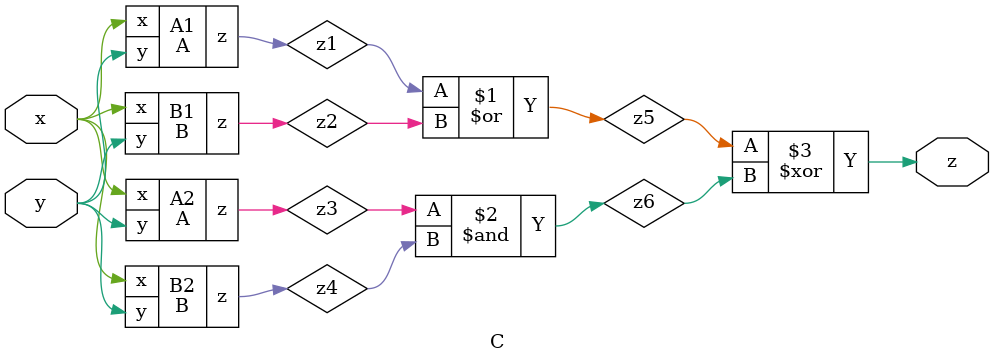
<source format=v>
module A( input x,y, output z);
  assign z=(x^y)&x;
endmodule

module B( input x,y, output z);
  xnor a1(z,x,y); 
endmodule

module C(input x,
         input y,
         output z
    );
    wire z1,z2,z3,z4,z5,z6;
    A A1(x,y,z1);
    B B1(x,y,z2);
    A A2(x,y,z3);
    B B2(x,y,z4);
    or a(z5,z1,z2);
    and b(z6,z3,z4);
    xor c(z,z5,z6);
endmodule

</source>
